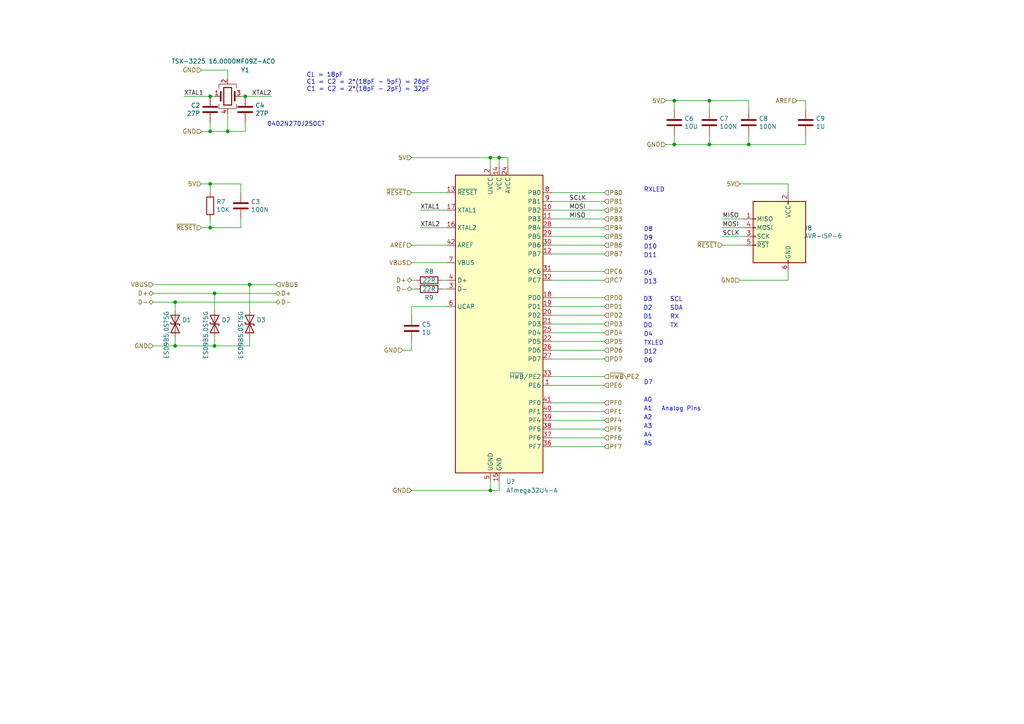
<source format=kicad_sch>
(kicad_sch (version 20211123) (generator eeschema)
  (paper "A4")
  (lib_symbols
    (symbol "Connector:AVR-ISP-6" (pin_names (offset 1.016))
      (property "Reference" "J" (at -6.35 11.43 0))
      (property "Value" "AVR-ISP-6" (at 0 11.43 0))
      (symbol "AVR-ISP-6_0_1"
        (rectangle (start -2.667 -6.858) (end -2.413 -7.62))
        (rectangle (start -2.667 10.16) (end -2.413 9.398))
        (rectangle (start 7.62 -2.413) (end 6.858 -2.667))
        (rectangle (start 7.62 0.127) (end 6.858 -0.127))
        (rectangle (start 7.62 2.667) (end 6.858 2.413))
        (rectangle (start 7.62 5.207) (end 6.858 4.953))
        (rectangle (start 7.62 10.16) (end -7.62 -7.62) (stroke (width 0.254)) (fill (type background)))
      )
      (symbol "AVR-ISP-6_1_1"
        (pin passive line (at 10.16 5.08 180) (length 2.54) (name "MISO") (number "1"))
        (pin passive line (at -2.54 12.7 270) (length 2.54) (name "VCC") (number "2"))
        (pin passive line (at 10.16 0 180) (length 2.54) (name "SCK") (number "3"))
        (pin passive line (at 10.16 2.54 180) (length 2.54) (name "MOSI") (number "4"))
        (pin passive line (at 10.16 -2.54 180) (length 2.54) (name "~{RST}") (number "5"))
        (pin passive line (at -2.54 -10.16 90) (length 2.54) (name "GND") (number "6"))
      )
    )
    (symbol "Device:C" (pin_numbers hide) (pin_names (offset 0.254))
      (property "Reference" "C" (at 0.635 2.54 0))
      (property "Value" "C" (at 0.635 -2.54 0))
      (symbol "C_0_1"
        (polyline (pts (xy -2.032 -0.762) (xy 2.032 -0.762)) (stroke (width 0.508)))
        (polyline (pts (xy -2.032 0.762) (xy 2.032 0.762)) (stroke (width 0.508)))
      )
      (symbol "C_1_1"
        (pin passive line (at 0 3.81 270) (length 2.794) (name "~") (number "1"))
        (pin passive line (at 0 -3.81 90) (length 2.794) (name "~") (number "2"))
      )
    )
    (symbol "Device:Crystal_GND24" (pin_names (offset 1.016) hide)
      (property "Reference" "Y" (at 3.175 5.08 0))
      (property "Value" "Crystal_GND24" (at 3.175 3.175 0))
      (symbol "Crystal_GND24_0_1"
        (rectangle (start -1.143 2.54) (end 1.143 -2.54) (stroke (width 0.3048)))
        (polyline (pts (xy -2.54 0) (xy -2.032 0)))
        (polyline (pts (xy -2.032 -1.27) (xy -2.032 1.27)) (stroke (width 0.508)))
        (polyline (pts (xy 0 -3.81) (xy 0 -3.556)))
        (polyline (pts (xy 0 3.556) (xy 0 3.81)))
        (polyline (pts (xy 2.032 -1.27) (xy 2.032 1.27)) (stroke (width 0.508)))
        (polyline (pts (xy 2.032 0) (xy 2.54 0)))
        (polyline (pts (xy -2.54 -2.286) (xy -2.54 -3.556) (xy 2.54 -3.556) (xy 2.54 -2.286)))
        (polyline (pts (xy -2.54 2.286) (xy -2.54 3.556) (xy 2.54 3.556) (xy 2.54 2.286)))
      )
      (symbol "Crystal_GND24_1_1"
        (pin passive line (at -3.81 0 0) (length 1.27) (name "1") (number "1"))
        (pin passive line (at 0 5.08 270) (length 1.27) (name "2") (number "2"))
        (pin passive line (at 3.81 0 180) (length 1.27) (name "3") (number "3"))
        (pin passive line (at 0 -5.08 90) (length 1.27) (name "4") (number "4"))
      )
    )
    (symbol "Device:D_TVS" (pin_numbers hide) (pin_names (offset 1.016) hide)
      (property "Reference" "D" (at 0 2.54 0))
      (property "Value" "D_TVS" (at 0 -2.54 0))
      (symbol "D_TVS_0_1"
        (polyline (pts (xy 1.27 0) (xy -1.27 0)))
        (polyline (pts (xy 0.508 1.27) (xy 0 1.27) (xy 0 -1.27) (xy -0.508 -1.27)) (stroke (width 0.254)))
        (polyline (pts (xy -2.54 1.27) (xy -2.54 -1.27) (xy 2.54 1.27) (xy 2.54 -1.27) (xy -2.54 1.27)) (stroke (width 0.254)))
      )
      (symbol "D_TVS_1_1"
        (pin passive line (at -3.81 0 0) (length 2.54) (name "A1") (number "1"))
        (pin passive line (at 3.81 0 180) (length 2.54) (name "A2") (number "2"))
      )
    )
    (symbol "Device:R" (pin_numbers hide) (pin_names (offset 0))
      (property "Reference" "R" (at 2.032 0 90))
      (property "Value" "R" (at 0 0 90))
      (symbol "R_0_1"
        (rectangle (start -1.016 -2.54) (end 1.016 2.54) (stroke (width 0.254)))
      )
      (symbol "R_1_1"
        (pin passive line (at 0 3.81 270) (length 1.27) (name "~") (number "1"))
        (pin passive line (at 0 -3.81 90) (length 1.27) (name "~") (number "2"))
      )
    )
    (symbol "MCU_Microchip_ATmega:ATmega32U4-A"
      (property "Reference" "U" (at -12.7 44.45 0))
      (property "Value" "ATmega32U4-A" (at 2.54 -44.45 0))
      (symbol "ATmega32U4-A_0_1"
        (rectangle (start -12.7 -43.18) (end 12.7 43.18) (stroke (width 0.254)) (fill (type background)))
      )
      (symbol "ATmega32U4-A_1_1"
        (pin bidirectional line (at 15.24 -17.78 180) (length 2.54) (name "PE6") (number "1"))
        (pin bidirectional line (at 15.24 33.02 180) (length 2.54) (name "PB2") (number "10"))
        (pin bidirectional line (at 15.24 30.48 180) (length 2.54) (name "PB3") (number "11"))
        (pin bidirectional line (at 15.24 20.32 180) (length 2.54) (name "PB7") (number "12"))
        (pin input line (at -15.24 38.1 0) (length 2.54) (name "~{RESET}") (number "13"))
        (pin power_in line (at 0 45.72 270) (length 2.54) (name "VCC") (number "14"))
        (pin power_in line (at 0 -45.72 90) (length 2.54) (name "GND") (number "15"))
        (pin output line (at -15.24 27.94 0) (length 2.54) (name "XTAL2") (number "16"))
        (pin input line (at -15.24 33.02 0) (length 2.54) (name "XTAL1") (number "17"))
        (pin bidirectional line (at 15.24 7.62 180) (length 2.54) (name "PD0") (number "18"))
        (pin bidirectional line (at 15.24 5.08 180) (length 2.54) (name "PD1") (number "19"))
        (pin power_in line (at -2.54 45.72 270) (length 2.54) (name "UVCC") (number "2"))
        (pin bidirectional line (at 15.24 2.54 180) (length 2.54) (name "PD2") (number "20"))
        (pin bidirectional line (at 15.24 0 180) (length 2.54) (name "PD3") (number "21"))
        (pin bidirectional line (at 15.24 -5.08 180) (length 2.54) (name "PD5") (number "22"))
        (pin passive line (at 0 -45.72 90) (length 2.54) hide (name "GND") (number "23"))
        (pin power_in line (at 2.54 45.72 270) (length 2.54) (name "AVCC") (number "24"))
        (pin bidirectional line (at 15.24 -2.54 180) (length 2.54) (name "PD4") (number "25"))
        (pin bidirectional line (at 15.24 -7.62 180) (length 2.54) (name "PD6") (number "26"))
        (pin bidirectional line (at 15.24 -10.16 180) (length 2.54) (name "PD7") (number "27"))
        (pin bidirectional line (at 15.24 27.94 180) (length 2.54) (name "PB4") (number "28"))
        (pin bidirectional line (at 15.24 25.4 180) (length 2.54) (name "PB5") (number "29"))
        (pin bidirectional line (at -15.24 10.16 0) (length 2.54) (name "D-") (number "3"))
        (pin bidirectional line (at 15.24 22.86 180) (length 2.54) (name "PB6") (number "30"))
        (pin bidirectional line (at 15.24 15.24 180) (length 2.54) (name "PC6") (number "31"))
        (pin bidirectional line (at 15.24 12.7 180) (length 2.54) (name "PC7") (number "32"))
        (pin bidirectional line (at 15.24 -15.24 180) (length 2.54) (name "~{HWB}/PE2") (number "33"))
        (pin passive line (at 0 45.72 270) (length 2.54) hide (name "VCC") (number "34"))
        (pin passive line (at 0 -45.72 90) (length 2.54) hide (name "GND") (number "35"))
        (pin bidirectional line (at 15.24 -35.56 180) (length 2.54) (name "PF7") (number "36"))
        (pin bidirectional line (at 15.24 -33.02 180) (length 2.54) (name "PF6") (number "37"))
        (pin bidirectional line (at 15.24 -30.48 180) (length 2.54) (name "PF5") (number "38"))
        (pin bidirectional line (at 15.24 -27.94 180) (length 2.54) (name "PF4") (number "39"))
        (pin bidirectional line (at -15.24 12.7 0) (length 2.54) (name "D+") (number "4"))
        (pin bidirectional line (at 15.24 -25.4 180) (length 2.54) (name "PF1") (number "40"))
        (pin bidirectional line (at 15.24 -22.86 180) (length 2.54) (name "PF0") (number "41"))
        (pin passive line (at -15.24 22.86 0) (length 2.54) (name "AREF") (number "42"))
        (pin passive line (at 0 -45.72 90) (length 2.54) hide (name "GND") (number "43"))
        (pin passive line (at 2.54 45.72 270) (length 2.54) hide (name "AVCC") (number "44"))
        (pin passive line (at -2.54 -45.72 90) (length 2.54) (name "UGND") (number "5"))
        (pin passive line (at -15.24 5.08 0) (length 2.54) (name "UCAP") (number "6"))
        (pin input line (at -15.24 17.78 0) (length 2.54) (name "VBUS") (number "7"))
        (pin bidirectional line (at 15.24 38.1 180) (length 2.54) (name "PB0") (number "8"))
        (pin bidirectional line (at 15.24 35.56 180) (length 2.54) (name "PB1") (number "9"))
      )
    )
  )
  (junction (at 72.39 82.55))
  (junction (at 50.8 87.63))
  (junction (at 144.78 45.72))
  (junction (at 205.74 29.21))
  (junction (at 195.58 29.21))
  (junction (at 66.04 38.1))
  (junction (at 62.23 85.09))
  (junction (at 50.8 100.33))
  (junction (at 62.23 100.33))
  (junction (at 60.96 53.34))
  (junction (at 60.96 38.1))
  (junction (at 71.12 27.94))
  (junction (at 142.24 142.24))
  (junction (at 217.17 41.91))
  (junction (at 60.96 27.94))
  (junction (at 60.96 66.04))
  (junction (at 205.74 41.91))
  (junction (at 195.58 41.91))
  (junction (at 142.24 45.72))
  (wire (pts (xy 71.12 27.94) (xy 69.85 27.94)))
  (wire (pts (xy 160.02 121.92) (xy 175.26 121.92)))
  (wire (pts (xy 128.27 81.28) (xy 129.54 81.28)))
  (wire (pts (xy 205.74 29.21) (xy 217.17 29.21)))
  (wire (pts (xy 60.96 55.88) (xy 60.96 53.34)))
  (wire (pts (xy 209.55 68.58) (xy 215.9 68.58)))
  (wire (pts (xy 44.45 100.33) (xy 50.8 100.33)))
  (wire (pts (xy 193.04 29.21) (xy 195.58 29.21)))
  (wire (pts (xy 119.38 81.28) (xy 120.65 81.28)))
  (wire (pts (xy 119.38 76.2) (xy 129.54 76.2)))
  (wire (pts (xy 228.6 55.88) (xy 228.6 53.34)))
  (wire (pts (xy 129.54 83.82) (xy 128.27 83.82)))
  (wire (pts (xy 160.02 68.58) (xy 175.26 68.58)))
  (wire (pts (xy 142.24 45.72) (xy 142.24 48.26)))
  (wire (pts (xy 160.02 116.84) (xy 175.26 116.84)))
  (wire (pts (xy 215.9 71.12) (xy 209.55 71.12)))
  (wire (pts (xy 233.68 41.91) (xy 217.17 41.91)))
  (wire (pts (xy 160.02 96.52) (xy 175.26 96.52)))
  (wire (pts (xy 233.68 29.21) (xy 233.68 31.75)))
  (wire (pts (xy 66.04 20.32) (xy 66.04 22.86)))
  (wire (pts (xy 72.39 90.17) (xy 72.39 82.55)))
  (wire (pts (xy 195.58 29.21) (xy 205.74 29.21)))
  (wire (pts (xy 50.8 87.63) (xy 80.01 87.63)))
  (wire (pts (xy 72.39 100.33) (xy 72.39 97.79)))
  (wire (pts (xy 69.85 53.34) (xy 69.85 55.88)))
  (wire (pts (xy 195.58 41.91) (xy 193.04 41.91)))
  (wire (pts (xy 72.39 82.55) (xy 80.01 82.55)))
  (wire (pts (xy 60.96 38.1) (xy 66.04 38.1)))
  (wire (pts (xy 209.55 63.5) (xy 215.9 63.5)))
  (wire (pts (xy 119.38 55.88) (xy 129.54 55.88)))
  (wire (pts (xy 160.02 73.66) (xy 175.26 73.66)))
  (wire (pts (xy 142.24 142.24) (xy 142.24 139.7)))
  (wire (pts (xy 160.02 101.6) (xy 175.26 101.6)))
  (wire (pts (xy 160.02 93.98) (xy 175.26 93.98)))
  (wire (pts (xy 144.78 142.24) (xy 142.24 142.24)))
  (wire (pts (xy 50.8 100.33) (xy 62.23 100.33)))
  (wire (pts (xy 160.02 58.42) (xy 175.26 58.42)))
  (wire (pts (xy 160.02 109.22) (xy 175.26 109.22)))
  (wire (pts (xy 144.78 48.26) (xy 144.78 45.72)))
  (wire (pts (xy 195.58 31.75) (xy 195.58 29.21)))
  (wire (pts (xy 160.02 81.28) (xy 175.26 81.28)))
  (wire (pts (xy 60.96 63.5) (xy 60.96 66.04)))
  (wire (pts (xy 160.02 78.74) (xy 175.26 78.74)))
  (wire (pts (xy 215.9 66.04) (xy 209.55 66.04)))
  (wire (pts (xy 175.26 63.5) (xy 160.02 63.5)))
  (wire (pts (xy 217.17 41.91) (xy 205.74 41.91)))
  (wire (pts (xy 160.02 127) (xy 175.26 127)))
  (wire (pts (xy 60.96 38.1) (xy 60.96 35.56)))
  (wire (pts (xy 147.32 45.72) (xy 147.32 48.26)))
  (wire (pts (xy 160.02 124.46) (xy 175.26 124.46)))
  (wire (pts (xy 228.6 81.28) (xy 228.6 78.74)))
  (wire (pts (xy 44.45 82.55) (xy 72.39 82.55)))
  (wire (pts (xy 160.02 60.96) (xy 175.26 60.96)))
  (wire (pts (xy 69.85 63.5) (xy 69.85 66.04)))
  (wire (pts (xy 205.74 31.75) (xy 205.74 29.21)))
  (wire (pts (xy 62.23 85.09) (xy 80.01 85.09)))
  (wire (pts (xy 119.38 88.9) (xy 119.38 91.44)))
  (wire (pts (xy 217.17 29.21) (xy 217.17 31.75)))
  (wire (pts (xy 160.02 104.14) (xy 175.26 104.14)))
  (wire (pts (xy 214.63 81.28) (xy 228.6 81.28)))
  (wire (pts (xy 62.23 100.33) (xy 72.39 100.33)))
  (wire (pts (xy 231.14 29.21) (xy 233.68 29.21)))
  (wire (pts (xy 44.45 85.09) (xy 62.23 85.09)))
  (wire (pts (xy 144.78 45.72) (xy 147.32 45.72)))
  (wire (pts (xy 119.38 45.72) (xy 142.24 45.72)))
  (wire (pts (xy 129.54 71.12) (xy 119.38 71.12)))
  (wire (pts (xy 233.68 39.37) (xy 233.68 41.91)))
  (wire (pts (xy 160.02 119.38) (xy 175.26 119.38)))
  (wire (pts (xy 160.02 71.12) (xy 175.26 71.12)))
  (wire (pts (xy 195.58 39.37) (xy 195.58 41.91)))
  (wire (pts (xy 62.23 27.94) (xy 60.96 27.94)))
  (wire (pts (xy 58.42 20.32) (xy 66.04 20.32)))
  (wire (pts (xy 78.74 27.94) (xy 71.12 27.94)))
  (wire (pts (xy 160.02 91.44) (xy 175.26 91.44)))
  (wire (pts (xy 160.02 86.36) (xy 175.26 86.36)))
  (wire (pts (xy 119.38 142.24) (xy 142.24 142.24)))
  (wire (pts (xy 50.8 90.17) (xy 50.8 87.63)))
  (wire (pts (xy 121.92 66.04) (xy 129.54 66.04)))
  (wire (pts (xy 60.96 27.94) (xy 53.34 27.94)))
  (wire (pts (xy 142.24 45.72) (xy 144.78 45.72)))
  (wire (pts (xy 119.38 101.6) (xy 119.38 99.06)))
  (wire (pts (xy 44.45 87.63) (xy 50.8 87.63)))
  (wire (pts (xy 160.02 88.9) (xy 175.26 88.9)))
  (wire (pts (xy 228.6 53.34) (xy 214.63 53.34)))
  (wire (pts (xy 71.12 38.1) (xy 71.12 35.56)))
  (wire (pts (xy 66.04 38.1) (xy 71.12 38.1)))
  (wire (pts (xy 160.02 66.04) (xy 175.26 66.04)))
  (wire (pts (xy 69.85 66.04) (xy 60.96 66.04)))
  (wire (pts (xy 217.17 39.37) (xy 217.17 41.91)))
  (wire (pts (xy 160.02 111.76) (xy 175.26 111.76)))
  (wire (pts (xy 120.65 83.82) (xy 119.38 83.82)))
  (wire (pts (xy 205.74 39.37) (xy 205.74 41.91)))
  (wire (pts (xy 58.42 38.1) (xy 60.96 38.1)))
  (wire (pts (xy 160.02 99.06) (xy 175.26 99.06)))
  (wire (pts (xy 62.23 97.79) (xy 62.23 100.33)))
  (wire (pts (xy 58.42 53.34) (xy 60.96 53.34)))
  (wire (pts (xy 205.74 41.91) (xy 195.58 41.91)))
  (wire (pts (xy 50.8 97.79) (xy 50.8 100.33)))
  (wire (pts (xy 160.02 55.88) (xy 175.26 55.88)))
  (wire (pts (xy 129.54 88.9) (xy 119.38 88.9)))
  (wire (pts (xy 160.02 129.54) (xy 175.26 129.54)))
  (wire (pts (xy 116.84 101.6) (xy 119.38 101.6)))
  (wire (pts (xy 66.04 33.02) (xy 66.04 38.1)))
  (wire (pts (xy 60.96 66.04) (xy 58.42 66.04)))
  (wire (pts (xy 62.23 90.17) (xy 62.23 85.09)))
  (wire (pts (xy 129.54 60.96) (xy 121.92 60.96)))
  (wire (pts (xy 144.78 139.7) (xy 144.78 142.24)))
  (wire (pts (xy 60.96 53.34) (xy 69.85 53.34)))
  (text "D13" (at 186.69 82.55 0) (effects (font (size 1.27 1.27)) (justify left bottom)))
  (text "SCL" (at 194.31 87.63 0) (effects (font (size 1.27 1.27)) (justify left bottom)))
  (text "D5" (at 186.69 80.01 0) (effects (font (size 1.27 1.27)) (justify left bottom)))
  (text "D12" (at 186.69 102.87 0) (effects (font (size 1.27 1.27)) (justify left bottom)))
  (text "Analog Pins" (at 191.77 119.38 0) (effects (font (size 1.27 1.27)) (justify left bottom)))
  (text "D0" (at 189.23 95.25 180) (effects (font (size 1.27 1.27)) (justify right bottom)))
  (text "RX" (at 194.31 92.71 0) (effects (font (size 1.27 1.27)) (justify left bottom)))
  (text "D7" (at 186.69 111.76 0) (effects (font (size 1.27 1.27)) (justify left bottom)))
  (text "TXLED" (at 186.69 100.33 0) (effects (font (size 1.27 1.27)) (justify left bottom)))
  (text "D10" (at 186.69 72.39 0) (effects (font (size 1.27 1.27)) (justify left bottom)))
  (text "A1" (at 186.69 119.38 0) (effects (font (size 1.27 1.27)) (justify left bottom)))
  (text "D8" (at 186.69 67.31 0) (effects (font (size 1.27 1.27)) (justify left bottom)))
  (text "A2" (at 186.69 121.92 0) (effects (font (size 1.27 1.27)) (justify left bottom)))
  (text "D1" (at 189.23 92.71 180) (effects (font (size 1.27 1.27)) (justify right bottom)))
  (text "0402N270J250CT" (at 77.47 36.83 0) (effects (font (size 1.27 1.27)) (justify left bottom)))
  (text "D11" (at 186.69 74.93 0) (effects (font (size 1.27 1.27)) (justify left bottom)))
  (text "D2" (at 189.23 90.17 180) (effects (font (size 1.27 1.27)) (justify right bottom)))
  (text "TX" (at 194.31 95.25 0) (effects (font (size 1.27 1.27)) (justify left bottom)))
  (text "RXLED" (at 186.69 55.88 0) (effects (font (size 1.27 1.27)) (justify left bottom)))
  (text "A5" (at 186.69 129.54 0) (effects (font (size 1.27 1.27)) (justify left bottom)))
  (text "CL = 18pF\nC1 = C2 = 2*(18pF - 5pF) = 26pF\nC1 = C2 = 2*(18pF - 2pF) = 32pF" (at 88.9 26.67 0) (effects (font (size 1.27 1.27)) (justify left bottom)))
  (text "A3" (at 186.69 124.46 0) (effects (font (size 1.27 1.27)) (justify left bottom)))
  (text "A4" (at 186.69 127 0) (effects (font (size 1.27 1.27)) (justify left bottom)))
  (text "D3" (at 189.23 87.63 180) (effects (font (size 1.27 1.27)) (justify right bottom)))
  (text "SDA" (at 194.31 90.17 0) (effects (font (size 1.27 1.27)) (justify left bottom)))
  (text "D4" (at 186.69 97.79 0) (effects (font (size 1.27 1.27)) (justify left bottom)))
  (text "A0" (at 186.69 116.84 0) (effects (font (size 1.27 1.27)) (justify left bottom)))
  (text "D9" (at 186.69 69.85 0) (effects (font (size 1.27 1.27)) (justify left bottom)))
  (text "D6" (at 186.69 105.41 0) (effects (font (size 1.27 1.27)) (justify left bottom)))
  (label "MISO" (at 165.1 63.5 0))
  (label "XTAL1" (at 53.34 27.94 0))
  (label "MOSI" (at 165.1 60.96 0))
  (label "SCLK" (at 209.55 68.58 0))
  (label "MOSI" (at 209.55 66.04 0))
  (label "SCLK" (at 165.1 58.42 0))
  (label "XTAL2" (at 121.92 66.04 0))
  (label "XTAL2" (at 78.74 27.94 180))
  (label "XTAL1" (at 121.92 60.96 0))
  (label "MISO" (at 209.55 63.5 0))
  (hierarchical_label "PB3" (shape input) (at 175.26 63.5 0))
  (hierarchical_label "PF0" (shape input) (at 175.26 116.84 0))
  (hierarchical_label "VBUS" (shape input) (at 80.01 82.55 0))
  (hierarchical_label "PB6" (shape input) (at 175.26 71.12 0))
  (hierarchical_label "~{RESET}" (shape input) (at 119.38 55.88 180))
  (hierarchical_label "D-" (shape bidirectional) (at 80.01 87.63 0))
  (hierarchical_label "~{HWB}\\PE2" (shape input) (at 175.26 109.22 0))
  (hierarchical_label "PC6" (shape input) (at 175.26 78.74 0))
  (hierarchical_label "D+" (shape bidirectional) (at 119.38 81.28 180))
  (hierarchical_label "GND" (shape input) (at 119.38 142.24 180))
  (hierarchical_label "VBUS" (shape input) (at 44.45 82.55 180))
  (hierarchical_label "D+" (shape bidirectional) (at 44.45 85.09 180))
  (hierarchical_label "5V" (shape input) (at 193.04 29.21 180))
  (hierarchical_label "5V" (shape input) (at 58.42 53.34 180))
  (hierarchical_label "PB1" (shape input) (at 175.26 58.42 0))
  (hierarchical_label "PD0" (shape input) (at 175.26 86.36 0))
  (hierarchical_label "VBUS" (shape input) (at 119.38 76.2 180))
  (hierarchical_label "D-" (shape bidirectional) (at 119.38 83.82 180))
  (hierarchical_label "PB5" (shape input) (at 175.26 68.58 0))
  (hierarchical_label "PD2" (shape input) (at 175.26 91.44 0))
  (hierarchical_label "~{RESET}" (shape input) (at 58.42 66.04 180))
  (hierarchical_label "PC7" (shape input) (at 175.26 81.28 0))
  (hierarchical_label "PD6" (shape input) (at 175.26 101.6 0))
  (hierarchical_label "PF7" (shape input) (at 175.26 129.54 0))
  (hierarchical_label "PB0" (shape input) (at 175.26 55.88 0))
  (hierarchical_label "GND" (shape input) (at 193.04 41.91 180))
  (hierarchical_label "5V" (shape input) (at 119.38 45.72 180))
  (hierarchical_label "D-" (shape bidirectional) (at 44.45 87.63 180))
  (hierarchical_label "GND" (shape input) (at 58.42 38.1 180))
  (hierarchical_label "PF4" (shape input) (at 175.26 121.92 0))
  (hierarchical_label "PD4" (shape input) (at 175.26 96.52 0))
  (hierarchical_label "GND" (shape input) (at 44.45 100.33 180))
  (hierarchical_label "GND" (shape input) (at 214.63 81.28 180))
  (hierarchical_label "PF6" (shape input) (at 175.26 127 0))
  (hierarchical_label "PF1" (shape input) (at 175.26 119.38 0))
  (hierarchical_label "PB7" (shape input) (at 175.26 73.66 0))
  (hierarchical_label "GND" (shape input) (at 116.84 101.6 180))
  (hierarchical_label "5V" (shape input) (at 214.63 53.34 180))
  (hierarchical_label "PF5" (shape input) (at 175.26 124.46 0))
  (hierarchical_label "PB4" (shape input) (at 175.26 66.04 0))
  (hierarchical_label "PD3" (shape input) (at 175.26 93.98 0))
  (hierarchical_label "PB2" (shape input) (at 175.26 60.96 0))
  (hierarchical_label "PE6" (shape input) (at 175.26 111.76 0))
  (hierarchical_label "PD5" (shape input) (at 175.26 99.06 0))
  (hierarchical_label "GND" (shape input) (at 58.42 20.32 180))
  (hierarchical_label "AREF" (shape input) (at 119.38 71.12 180))
  (hierarchical_label "PD1" (shape input) (at 175.26 88.9 0))
  (hierarchical_label "D+" (shape bidirectional) (at 80.01 85.09 0))
  (hierarchical_label "PD7" (shape input) (at 175.26 104.14 0))
  (hierarchical_label "AREF" (shape input) (at 231.14 29.21 180))
  (hierarchical_label "~{RESET}" (shape input) (at 209.55 71.12 180))
  (symbol (lib_id "Device:C") (at 195.58 35.56 0) (unit 1)
    (property "Reference" "C6" (at 198.501 34.3916 0) (effects (justify left)))
    (property "Value" "10U" (at 198.501 36.703 0) (effects (justify left)))
    (property "Footprint" "Capacitor_SMD:C_0805_2012Metric" (effects hide))
  )
  (symbol (lib_id "Device:C") (at 205.74 35.56 0) (unit 1)
    (property "Reference" "C7" (at 208.661 34.3916 0) (effects (justify left)))
    (property "Value" "100N" (at 208.661 36.703 0) (effects (justify left)))
    (property "Footprint" "Capacitor_SMD:C_0603_1608Metric" (effects hide))
  )
  (symbol (lib_id "Device:C") (at 217.17 35.56 0) (unit 1)
    (property "Reference" "C8" (at 220.091 34.3916 0) (effects (justify left)))
    (property "Value" "100N" (at 220.091 36.703 0) (effects (justify left)))
    (property "Footprint" "Capacitor_SMD:C_0603_1608Metric" (effects hide))
  )
  (symbol (lib_id "Device:C") (at 233.68 35.56 0) (unit 1)
    (property "Reference" "C9" (at 236.601 34.3916 0) (effects (justify left)))
    (property "Value" "1U" (at 236.601 36.703 0) (effects (justify left)))
    (property "Footprint" "Capacitor_SMD:C_0603_1608Metric" (effects hide))
  )
  (symbol (lib_id "Device:C") (at 119.38 95.25 0) (unit 1)
    (property "Reference" "C5" (at 122.301 94.0816 0) (effects (justify left)))
    (property "Value" "1U" (at 122.301 96.393 0) (effects (justify left)))
    (property "Footprint" "Capacitor_SMD:C_0603_1608Metric" (effects hide))
  )
  (symbol (lib_id "Device:R") (at 124.46 81.28 270) (unit 1)
    (property "Reference" "R8" (at 124.46 78.74 90))
    (property "Value" "22R" (at 124.46 81.28 90))
    (property "Footprint" "Resistor_SMD:R_0603_1608Metric" (effects hide))
  )
  (symbol (lib_id "Device:R") (at 124.46 83.82 90) (unit 1)
    (property "Reference" "R9" (at 124.46 86.36 90))
    (property "Value" "22R" (at 124.46 83.82 90))
    (property "Footprint" "Resistor_SMD:R_0603_1608Metric" (effects hide))
  )
  (symbol (lib_id "Device:R") (at 60.96 59.69 0) (unit 1)
    (property "Reference" "R7" (at 62.738 58.5216 0) (effects (justify left)))
    (property "Value" "10K" (at 62.738 60.833 0) (effects (justify left)))
    (property "Footprint" "Resistor_SMD:R_0603_1608Metric" (effects hide))
  )
  (symbol (lib_id "Device:C") (at 69.85 59.69 0) (unit 1)
    (property "Reference" "C3" (at 72.771 58.5216 0) (effects (justify left)))
    (property "Value" "100N" (at 72.771 60.833 0) (effects (justify left)))
    (property "Footprint" "Capacitor_SMD:C_0603_1608Metric" (effects hide))
  )
  (symbol (lib_id "Device:D_TVS") (at 50.8 93.98 270) (unit 1)
    (property "Reference" "D1" (at 52.8066 92.8116 90) (effects (justify left)))
    (property "Value" "ESD9B5.0ST5G" (at 48.26 90.17 0) (effects (justify left)))
    (property "Footprint" "william_diode:D_SOD-923" (effects hide))
  )
  (symbol (lib_id "Device:D_TVS") (at 62.23 93.98 270) (unit 1)
    (property "Reference" "D2" (at 64.2366 92.8116 90) (effects (justify left)))
    (property "Value" "ESD9B5.0ST5G" (at 59.69 90.17 0) (effects (justify left)))
    (property "Footprint" "william_diode:D_SOD-923" (effects hide))
  )
  (symbol (lib_id "Device:D_TVS") (at 72.39 93.98 270) (unit 1)
    (property "Reference" "D3" (at 74.3966 92.8116 90) (effects (justify left)))
    (property "Value" "ESD9B5.0ST5G" (at 69.85 90.17 0) (effects (justify left)))
    (property "Footprint" "william_diode:D_SOD-923" (effects hide))
  )
  (symbol (lib_id "Device:Crystal_GND24") (at 66.04 27.94 0) (unit 1)
    (property "Reference" "Y1" (at 71.12 20.32 0))
    (property "Value" "TSX-3225 16.0000MF09Z-AC0" (at 64.77 17.78 0))
    (property "Footprint" "Crystal:Crystal_SMD_3225-4Pin_3.2x2.5mm" (effects hide))
  )
  (symbol (lib_id "Device:C") (at 60.96 31.75 0) (mirror x) (unit 1)
    (property "Reference" "C2" (at 58.0644 30.5816 0) (effects (justify right)))
    (property "Value" "27P" (at 58.0644 32.893 0) (effects (justify right)))
    (property "Footprint" "Capacitor_SMD:C_0402_1005Metric" (effects hide))
  )
  (symbol (lib_id "Device:C") (at 71.12 31.75 0) (mirror y) (unit 1)
    (property "Reference" "C4" (at 74.041 30.5816 0) (effects (justify right)))
    (property "Value" "27P" (at 74.041 32.893 0) (effects (justify right)))
    (property "Footprint" "Capacitor_SMD:C_0402_1005Metric" (effects hide))
  )
  (symbol (lib_id "Connector:AVR-ISP-6") (at 226.06 68.58 0) (mirror y) (unit 1)
    (property "Reference" "J8" (at 233.172 66.1416 0) (effects (justify right)))
    (property "Value" "AVR-ISP-6" (at 233.172 68.453 0) (effects (justify right)))
    (property "Footprint" "Connector_IDC:IDC-Header_2x03_P2.54mm_Vertical" (effects hide))
    (property "Datasheet" " ~" (effects hide))
  )
  (symbol (lib_id "MCU_Microchip_ATmega:ATmega32U4-A") (at 144.78 93.98 0) (unit 1)
    (property "Reference" "U?" (at 146.7994 139.7 0) (effects (justify left)))
    (property "Value" "ATmega32U4-A" (at 146.7994 142.24 0) (effects (justify left)))
    (property "Footprint" "Package_QFP:TQFP-44_10x10mm_P0.8mm" (effects hide))
    (property "Datasheet" "http://ww1.microchip.com/downloads/en/DeviceDoc/Atmel-7766-8-bit-AVR-ATmega16U4-32U4_Datasheet.pdf" (effects hide))
  )
)
</source>
